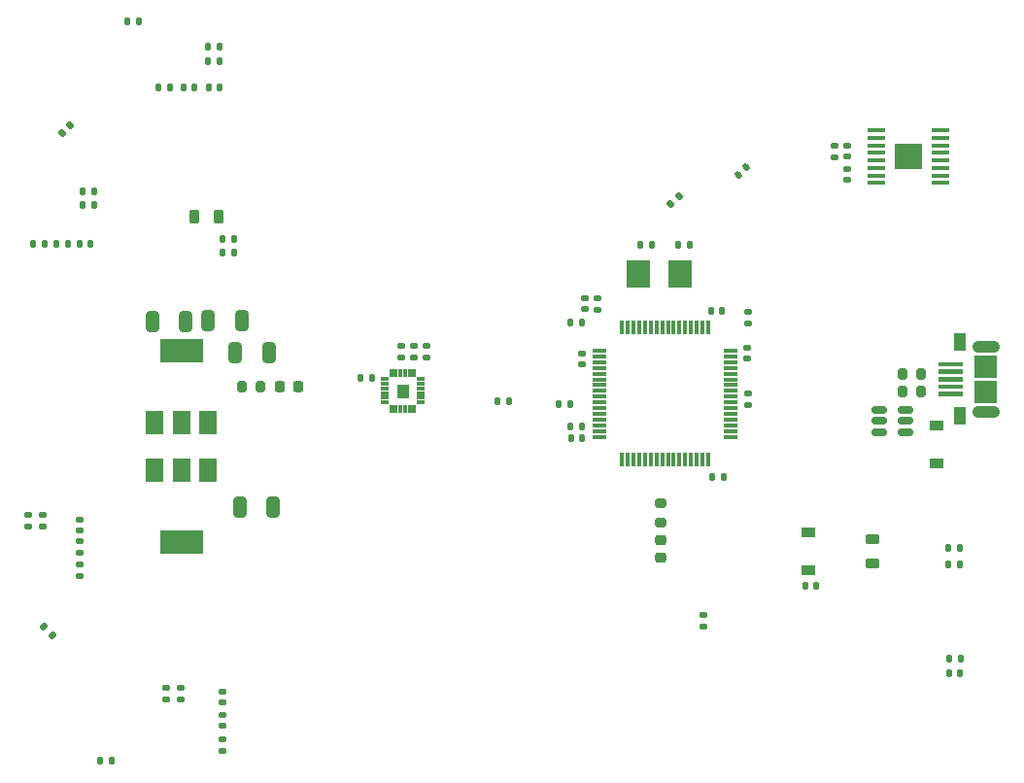
<source format=gtp>
G04 #@! TF.GenerationSoftware,KiCad,Pcbnew,(6.0.7)*
G04 #@! TF.CreationDate,2022-12-27T10:26:11-05:00*
G04 #@! TF.ProjectId,Micromouse-kicad,4d696372-6f6d-46f7-9573-652d6b696361,rev?*
G04 #@! TF.SameCoordinates,Original*
G04 #@! TF.FileFunction,Paste,Top*
G04 #@! TF.FilePolarity,Positive*
%FSLAX46Y46*%
G04 Gerber Fmt 4.6, Leading zero omitted, Abs format (unit mm)*
G04 Created by KiCad (PCBNEW (6.0.7)) date 2022-12-27 10:26:11*
%MOMM*%
%LPD*%
G01*
G04 APERTURE LIST*
G04 Aperture macros list*
%AMRoundRect*
0 Rectangle with rounded corners*
0 $1 Rounding radius*
0 $2 $3 $4 $5 $6 $7 $8 $9 X,Y pos of 4 corners*
0 Add a 4 corners polygon primitive as box body*
4,1,4,$2,$3,$4,$5,$6,$7,$8,$9,$2,$3,0*
0 Add four circle primitives for the rounded corners*
1,1,$1+$1,$2,$3*
1,1,$1+$1,$4,$5*
1,1,$1+$1,$6,$7*
1,1,$1+$1,$8,$9*
0 Add four rect primitives between the rounded corners*
20,1,$1+$1,$2,$3,$4,$5,0*
20,1,$1+$1,$4,$5,$6,$7,0*
20,1,$1+$1,$6,$7,$8,$9,0*
20,1,$1+$1,$8,$9,$2,$3,0*%
G04 Aperture macros list end*
%ADD10C,0.010000*%
%ADD11RoundRect,0.135000X0.035355X-0.226274X0.226274X-0.035355X-0.035355X0.226274X-0.226274X0.035355X0*%
%ADD12RoundRect,0.135000X0.135000X0.185000X-0.135000X0.185000X-0.135000X-0.185000X0.135000X-0.185000X0*%
%ADD13RoundRect,0.140000X0.140000X0.170000X-0.140000X0.170000X-0.140000X-0.170000X0.140000X-0.170000X0*%
%ADD14RoundRect,0.140000X-0.140000X-0.170000X0.140000X-0.170000X0.140000X0.170000X-0.140000X0.170000X0*%
%ADD15R,1.500000X2.000000*%
%ADD16R,3.800000X2.000000*%
%ADD17RoundRect,0.135000X-0.185000X0.135000X-0.185000X-0.135000X0.185000X-0.135000X0.185000X0.135000X0*%
%ADD18RoundRect,0.140000X0.170000X-0.140000X0.170000X0.140000X-0.170000X0.140000X-0.170000X-0.140000X0*%
%ADD19RoundRect,0.135000X-0.135000X-0.185000X0.135000X-0.185000X0.135000X0.185000X-0.135000X0.185000X0*%
%ADD20RoundRect,0.218750X0.218750X0.256250X-0.218750X0.256250X-0.218750X-0.256250X0.218750X-0.256250X0*%
%ADD21RoundRect,0.006600X0.313400X0.103400X-0.313400X0.103400X-0.313400X-0.103400X0.313400X-0.103400X0*%
%ADD22RoundRect,0.006600X-0.103400X0.313400X-0.103400X-0.313400X0.103400X-0.313400X0.103400X0.313400X0*%
%ADD23R,2.100000X0.400000*%
%ADD24R,1.000000X1.500000*%
%ADD25R,1.900000X1.900000*%
%ADD26O,2.400000X1.100000*%
%ADD27RoundRect,0.200000X0.200000X0.275000X-0.200000X0.275000X-0.200000X-0.275000X0.200000X-0.275000X0*%
%ADD28R,1.600000X0.300000*%
%ADD29R,2.460000X2.310000*%
%ADD30RoundRect,0.147500X-0.147500X-0.172500X0.147500X-0.172500X0.147500X0.172500X-0.147500X0.172500X0*%
%ADD31RoundRect,0.135000X-0.226274X-0.035355X-0.035355X-0.226274X0.226274X0.035355X0.035355X0.226274X0*%
%ADD32RoundRect,0.250000X-0.325000X-0.650000X0.325000X-0.650000X0.325000X0.650000X-0.325000X0.650000X0*%
%ADD33RoundRect,0.135000X0.185000X-0.135000X0.185000X0.135000X-0.185000X0.135000X-0.185000X-0.135000X0*%
%ADD34RoundRect,0.218750X0.218750X0.381250X-0.218750X0.381250X-0.218750X-0.381250X0.218750X-0.381250X0*%
%ADD35R,2.000000X2.400000*%
%ADD36RoundRect,0.140000X0.021213X-0.219203X0.219203X-0.021213X-0.021213X0.219203X-0.219203X0.021213X0*%
%ADD37RoundRect,0.218750X0.381250X-0.218750X0.381250X0.218750X-0.381250X0.218750X-0.381250X-0.218750X0*%
%ADD38RoundRect,0.218750X0.256250X-0.218750X0.256250X0.218750X-0.256250X0.218750X-0.256250X-0.218750X0*%
%ADD39RoundRect,0.140000X-0.170000X0.140000X-0.170000X-0.140000X0.170000X-0.140000X0.170000X0.140000X0*%
%ADD40RoundRect,0.150000X0.512500X0.150000X-0.512500X0.150000X-0.512500X-0.150000X0.512500X-0.150000X0*%
%ADD41RoundRect,0.200000X-0.275000X0.200000X-0.275000X-0.200000X0.275000X-0.200000X0.275000X0.200000X0*%
%ADD42R,1.200000X0.900000*%
%ADD43R,0.300000X1.200000*%
%ADD44R,1.200000X0.300000*%
%ADD45RoundRect,0.200000X-0.200000X-0.275000X0.200000X-0.275000X0.200000X0.275000X-0.200000X0.275000X0*%
%ADD46RoundRect,0.135000X-0.035355X0.226274X-0.226274X0.035355X0.035355X-0.226274X0.226274X-0.035355X0*%
G04 APERTURE END LIST*
G36*
X142725000Y-103156000D02*
G01*
X141755000Y-103156000D01*
X141755000Y-102076000D01*
X142725000Y-102076000D01*
X142725000Y-103156000D01*
G37*
D10*
X142725000Y-103156000D02*
X141755000Y-103156000D01*
X141755000Y-102076000D01*
X142725000Y-102076000D01*
X142725000Y-103156000D01*
G36*
X193991000Y-101450000D02*
G01*
X192091000Y-101450000D01*
X192091000Y-99550000D01*
X193991000Y-99550000D01*
X193991000Y-101450000D01*
G37*
G36*
X191291000Y-105550000D02*
G01*
X190291000Y-105550000D01*
X190291000Y-104050000D01*
X191291000Y-104050000D01*
X191291000Y-105550000D01*
G37*
G36*
X191041000Y-102450000D02*
G01*
X188941000Y-102450000D01*
X188941000Y-102050000D01*
X191041000Y-102050000D01*
X191041000Y-102450000D01*
G37*
G36*
X191041000Y-103100000D02*
G01*
X188941000Y-103100000D01*
X188941000Y-102700000D01*
X191041000Y-102700000D01*
X191041000Y-103100000D01*
G37*
G36*
X191041000Y-100500000D02*
G01*
X188941000Y-100500000D01*
X188941000Y-100100000D01*
X191041000Y-100100000D01*
X191041000Y-100500000D01*
G37*
G36*
X191291000Y-99150000D02*
G01*
X190291000Y-99150000D01*
X190291000Y-97650000D01*
X191291000Y-97650000D01*
X191291000Y-99150000D01*
G37*
G36*
X191041000Y-101150000D02*
G01*
X188941000Y-101150000D01*
X188941000Y-100750000D01*
X191041000Y-100750000D01*
X191041000Y-101150000D01*
G37*
G36*
X193991000Y-103650000D02*
G01*
X192091000Y-103650000D01*
X192091000Y-101750000D01*
X193991000Y-101750000D01*
X193991000Y-103650000D01*
G37*
G36*
X191041000Y-101800000D02*
G01*
X188941000Y-101800000D01*
X188941000Y-101400000D01*
X191041000Y-101400000D01*
X191041000Y-101800000D01*
G37*
D11*
X165589376Y-86360624D03*
X166310624Y-85639376D03*
D12*
X121986000Y-76156000D03*
X120966000Y-76156000D03*
D13*
X190776800Y-116332000D03*
X189816800Y-116332000D03*
X124115000Y-76156000D03*
X123155000Y-76156000D03*
D14*
X177320000Y-119634000D03*
X178280000Y-119634000D03*
D15*
X120636000Y-105385000D03*
D16*
X122936000Y-99085000D03*
D15*
X122936000Y-105385000D03*
X125236000Y-105385000D03*
D17*
X172339000Y-102868000D03*
X172339000Y-103888000D03*
D18*
X159207200Y-95526800D03*
X159207200Y-94566800D03*
D19*
X150493000Y-103505000D03*
X151513000Y-103505000D03*
D14*
X138585000Y-101473000D03*
X139545000Y-101473000D03*
X169093000Y-95631000D03*
X170053000Y-95631000D03*
D12*
X115362000Y-86393000D03*
X114342000Y-86393000D03*
D20*
X133121500Y-102235000D03*
X131546500Y-102235000D03*
D21*
X143785000Y-103616000D03*
X143785000Y-103216000D03*
X143785000Y-102816000D03*
X143785000Y-102416000D03*
X143785000Y-102016000D03*
X143785000Y-101616000D03*
D22*
X143240000Y-101071000D03*
X142840000Y-101071000D03*
X142440000Y-101071000D03*
X142040000Y-101071000D03*
X141640000Y-101071000D03*
X141240000Y-101071000D03*
D21*
X140695000Y-101616000D03*
X140695000Y-102016000D03*
X140695000Y-102416000D03*
X140695000Y-102816000D03*
X140695000Y-103216000D03*
X140695000Y-103616000D03*
D22*
X141240000Y-104161000D03*
X141640000Y-104161000D03*
X142040000Y-104161000D03*
X142440000Y-104161000D03*
X142840000Y-104161000D03*
X143240000Y-104161000D03*
D23*
X189991000Y-102900000D03*
X189991000Y-102250000D03*
X189991000Y-101600000D03*
X189991000Y-100950000D03*
X189991000Y-100300000D03*
D24*
X190791000Y-104800000D03*
D25*
X193041000Y-102700000D03*
D26*
X193041000Y-104425000D03*
X193041000Y-98775000D03*
D25*
X193041000Y-100500000D03*
D24*
X190791000Y-98400000D03*
D18*
X181000400Y-84249200D03*
X181000400Y-83289200D03*
D27*
X187413400Y-102717600D03*
X185763400Y-102717600D03*
D28*
X189140400Y-84489600D03*
X189140400Y-83839600D03*
X189140400Y-83189600D03*
X189140400Y-82539600D03*
X189140400Y-81889600D03*
X189140400Y-81239600D03*
X189140400Y-80589600D03*
X189140400Y-79939600D03*
X183540400Y-79939600D03*
X183540400Y-80589600D03*
X183540400Y-81239600D03*
X183540400Y-81889600D03*
X183540400Y-82539600D03*
X183540400Y-83189600D03*
X183540400Y-83839600D03*
X183540400Y-84489600D03*
D29*
X186340400Y-82214600D03*
D30*
X156868000Y-96647000D03*
X157838000Y-96647000D03*
D18*
X158115000Y-95504000D03*
X158115000Y-94544000D03*
D17*
X109585836Y-113429164D03*
X109585836Y-114449164D03*
D18*
X172339000Y-96718000D03*
X172339000Y-95758000D03*
D31*
X110989376Y-123189376D03*
X111710624Y-123910624D03*
D18*
X126549500Y-129760000D03*
X126549500Y-128800000D03*
D14*
X125314000Y-76156000D03*
X126274000Y-76156000D03*
D32*
X127606000Y-99314000D03*
X130556000Y-99314000D03*
D33*
X143205200Y-99722400D03*
X143205200Y-98702400D03*
D12*
X156821600Y-103784400D03*
X155801600Y-103784400D03*
X126304000Y-73870000D03*
X125284000Y-73870000D03*
D17*
X114056236Y-117739164D03*
X114056236Y-118759164D03*
D34*
X126162500Y-87400000D03*
X124037500Y-87400000D03*
D27*
X187413400Y-101142800D03*
X185763400Y-101142800D03*
D13*
X113050000Y-89822000D03*
X112090000Y-89822000D03*
D35*
X166442000Y-92456000D03*
X162742000Y-92456000D03*
D17*
X122866500Y-128516000D03*
X122866500Y-129536000D03*
D36*
X171460589Y-83789411D03*
X172139411Y-83110589D03*
D12*
X190857600Y-125984000D03*
X189837600Y-125984000D03*
D37*
X183134000Y-117648500D03*
X183134000Y-115523500D03*
D18*
X114056236Y-114784164D03*
X114056236Y-113824164D03*
D14*
X189867600Y-127203200D03*
X190827600Y-127203200D03*
D38*
X164750000Y-117187500D03*
X164750000Y-115612500D03*
D12*
X115360000Y-85250000D03*
X114340000Y-85250000D03*
D32*
X125271000Y-96520000D03*
X128221000Y-96520000D03*
D39*
X126549500Y-130832000D03*
X126549500Y-131792000D03*
D15*
X125236000Y-109499000D03*
D16*
X122936000Y-115799000D03*
D15*
X122936000Y-109499000D03*
X120636000Y-109499000D03*
D14*
X114094000Y-89822000D03*
X115054000Y-89822000D03*
X169220000Y-110109000D03*
X170180000Y-110109000D03*
D19*
X189786800Y-117754400D03*
X190806800Y-117754400D03*
D40*
X186049500Y-106207600D03*
X186049500Y-105257600D03*
X186049500Y-104307600D03*
X183774500Y-104307600D03*
X183774500Y-105257600D03*
X183774500Y-106207600D03*
D41*
X164750000Y-112450000D03*
X164750000Y-114100000D03*
D12*
X157837600Y-105714800D03*
X156817600Y-105714800D03*
D18*
X142138400Y-99692400D03*
X142138400Y-98732400D03*
X181000400Y-82217200D03*
X181000400Y-81257200D03*
D13*
X157886400Y-106781600D03*
X156926400Y-106781600D03*
D12*
X111046000Y-89822000D03*
X110026000Y-89822000D03*
D17*
X168402000Y-122121200D03*
X168402000Y-123141200D03*
D42*
X188722000Y-108965000D03*
X188722000Y-105665000D03*
D12*
X126304000Y-72600000D03*
X125284000Y-72600000D03*
D39*
X114056236Y-115739164D03*
X114056236Y-116699164D03*
D12*
X127508000Y-89408000D03*
X126488000Y-89408000D03*
D19*
X126490000Y-90551000D03*
X127510000Y-90551000D03*
D43*
X168850000Y-97120000D03*
X168350000Y-97120000D03*
X167850000Y-97120000D03*
X167350000Y-97120000D03*
X166850000Y-97120000D03*
X166350000Y-97120000D03*
X165850000Y-97120000D03*
X165350000Y-97120000D03*
X164850000Y-97120000D03*
X164350000Y-97120000D03*
X163850000Y-97120000D03*
X163350000Y-97120000D03*
X162850000Y-97120000D03*
X162350000Y-97120000D03*
X161850000Y-97120000D03*
X161350000Y-97120000D03*
D44*
X159350000Y-99120000D03*
X159350000Y-99620000D03*
X159350000Y-100120000D03*
X159350000Y-100620000D03*
X159350000Y-101120000D03*
X159350000Y-101620000D03*
X159350000Y-102120000D03*
X159350000Y-102620000D03*
X159350000Y-103120000D03*
X159350000Y-103620000D03*
X159350000Y-104120000D03*
X159350000Y-104620000D03*
X159350000Y-105120000D03*
X159350000Y-105620000D03*
X159350000Y-106120000D03*
X159350000Y-106620000D03*
D43*
X161350000Y-108620000D03*
X161850000Y-108620000D03*
X162350000Y-108620000D03*
X162850000Y-108620000D03*
X163350000Y-108620000D03*
X163850000Y-108620000D03*
X164350000Y-108620000D03*
X164850000Y-108620000D03*
X165350000Y-108620000D03*
X165850000Y-108620000D03*
X166350000Y-108620000D03*
X166850000Y-108620000D03*
X167350000Y-108620000D03*
X167850000Y-108620000D03*
X168350000Y-108620000D03*
X168850000Y-108620000D03*
D44*
X170850000Y-106620000D03*
X170850000Y-106120000D03*
X170850000Y-105620000D03*
X170850000Y-105120000D03*
X170850000Y-104620000D03*
X170850000Y-104120000D03*
X170850000Y-103620000D03*
X170850000Y-103120000D03*
X170850000Y-102620000D03*
X170850000Y-102120000D03*
X170850000Y-101620000D03*
X170850000Y-101120000D03*
X170850000Y-100620000D03*
X170850000Y-100120000D03*
X170850000Y-99620000D03*
X170850000Y-99120000D03*
D14*
X166271000Y-89916000D03*
X167231000Y-89916000D03*
D32*
X120392400Y-96570800D03*
X123342400Y-96570800D03*
D17*
X110906636Y-113429164D03*
X110906636Y-114449164D03*
D45*
X128207000Y-102235000D03*
X129857000Y-102235000D03*
D12*
X119210000Y-70450000D03*
X118190000Y-70450000D03*
D33*
X179882800Y-82247200D03*
X179882800Y-81227200D03*
D19*
X115890000Y-134850000D03*
X116910000Y-134850000D03*
D14*
X162969000Y-89916000D03*
X163929000Y-89916000D03*
D32*
X128016000Y-112776000D03*
X130966000Y-112776000D03*
D17*
X121596500Y-128514000D03*
X121596500Y-129534000D03*
D39*
X144272000Y-98732400D03*
X144272000Y-99692400D03*
X172212000Y-98862000D03*
X172212000Y-99822000D03*
D17*
X126549500Y-132961000D03*
X126549500Y-133981000D03*
D46*
X113260624Y-79439376D03*
X112539376Y-80160624D03*
D18*
X157861000Y-100302000D03*
X157861000Y-99342000D03*
D42*
X177546000Y-114936000D03*
X177546000Y-118236000D03*
M02*

</source>
